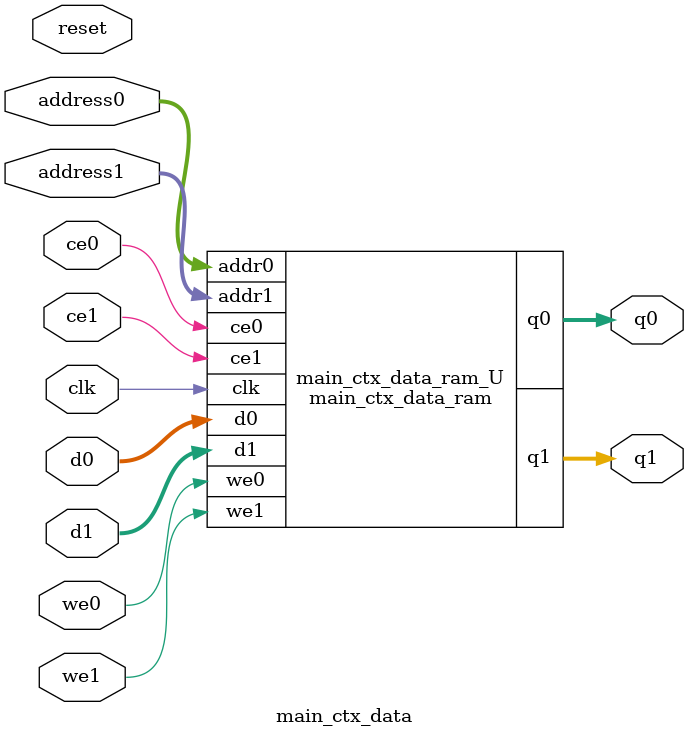
<source format=v>
/*
*
*
* Copyright (C) Digisky Media Solutions Inc.  All rights reserved.
*
* Permission is hereby granted, free of charge, to any person
* obtaining a copy of this software and associated documentation
* files (the "Software"), to deal in the Software without restriction,
* including without limitation the rights to use, copy, modify, merge,
* publish, distribute, sublicense, and/or sell copies of the Software,
* and to permit persons to whom the Software is furnished to do so,
* subject to the following conditions:
*
* The above copyright notice and this permission notice shall be included
* in all copies or substantial portions of the Software.
*
* Use of the Software is limited solely to applications:
* (a) running on a Xilinx device, or (b) that interact
* with a Xilinx device through a bus or interconnect.
*
* THE SOFTWARE IS PROVIDED "AS IS", WITHOUT WARRANTY OF ANY KIND, EXPRESS OR
* IMPLIED, INCLUDING BUT NOT LIMITED TO THE WARRANTIES OF MERCHANTABILITY,
* FITNESS FOR A PARTICULAR PURPOSE AND NONINFRINGEMENT.
* IN NO EVENT SHALL DIGISKY MSI BE LIABLE FOR ANY CLAIM, DAMAGES OR OTHER LIABILITY,
* WHETHER IN AN ACTION OF CONTRACT, TORT OR OTHERWISE, ARISING FROM, OUT OF OR IN
* CONNECTION WITH THE SOFTWARE OR THE USE OR OTHER DEALINGS IN THE SOFTWARE.
*
*
* Modified for SHA256 HLS demo test 2023/08/17
*/
// ==============================================================
`timescale 1 ns / 1 ps
module main_ctx_data_ram (addr0, ce0, d0, we0, q0, addr1, ce1, d1, we1, q1,  clk);

parameter DWIDTH = 8;
parameter AWIDTH = 6;
parameter MEM_SIZE = 64;

input[AWIDTH-1:0] addr0;
input ce0;
input[DWIDTH-1:0] d0;
input we0;
output reg[DWIDTH-1:0] q0;
input[AWIDTH-1:0] addr1;
input ce1;
input[DWIDTH-1:0] d1;
input we1;
output reg[DWIDTH-1:0] q1;
input clk;

reg [DWIDTH-1:0] ram[0:MEM_SIZE-1];

integer i;
initial begin
  for(i=0;i<MEM_SIZE;i=i+1) begin
    ram[i] = 'b0;
  end
end



always @(posedge clk)  
begin 
    if (ce0) begin
        if (we0) 
            ram[addr0] <= d0; 
        q0 <= ram[addr0];
    end
end


always @(posedge clk)  
begin 
    if (ce1) begin
        if (we1) 
            ram[addr1] <= d1; 
        q1 <= ram[addr1];
    end
end


endmodule

`timescale 1 ns / 1 ps
module main_ctx_data(
    reset,
    clk,
    address0,
    ce0,
    we0,
    d0,
    q0,
    address1,
    ce1,
    we1,
    d1,
    q1);

parameter DataWidth = 32'd8;
parameter AddressRange = 32'd64;
parameter AddressWidth = 32'd6;
input reset;
input clk;
input[AddressWidth - 1:0] address0;
input ce0;
input we0;
input[DataWidth - 1:0] d0;
output[DataWidth - 1:0] q0;
input[AddressWidth - 1:0] address1;
input ce1;
input we1;
input[DataWidth - 1:0] d1;
output[DataWidth - 1:0] q1;



main_ctx_data_ram main_ctx_data_ram_U(
    .clk( clk ),
    .addr0( address0 ),
    .ce0( ce0 ),
    .we0( we0 ),
    .d0( d0 ),
    .q0( q0 ),
    .addr1( address1 ),
    .ce1( ce1 ),
    .we1( we1 ),
    .d1( d1 ),
    .q1( q1 ));

endmodule


</source>
